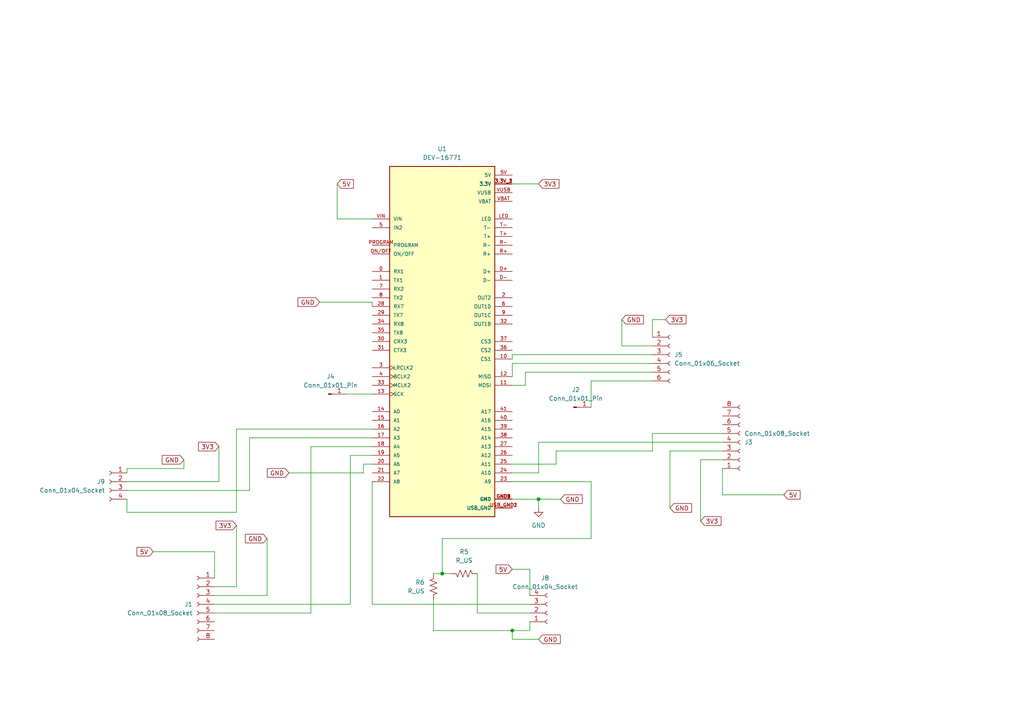
<source format=kicad_sch>
(kicad_sch (version 20230121) (generator eeschema)
  (paper "A4")
  (lib_symbols
    (symbol "Connector:Conn_01x01_Pin" (pin_names (offset 1.016) hide)
      (property "Reference" "J" (at 0 2.54 0))
      (property "Value" "Conn_01x01_Pin" (at 0 -2.54 0))
      (symbol "Conn_01x01_Pin_1_1"
        (polyline (pts (xy 1.27 0) (xy 0.8636 0)) (stroke (width 0.1524)))
        (rectangle (start 0.8636 0.127) (end 0 -0.127) (stroke (width 0.1524)) (fill (type outline)))
        (pin passive line (at 5.08 0 180) (length 3.81) (name "Pin_1") (number "1"))
      )
    )
    (symbol "Connector:Conn_01x04_Socket" (pin_names (offset 1.016) hide)
      (property "Reference" "J" (at 0 5.08 0))
      (property "Value" "Conn_01x04_Socket" (at 0 -7.62 0))
      (symbol "Conn_01x04_Socket_1_1"
        (arc (start 0 -4.572) (mid -0.5058 -5.08) (end 0 -5.588) (stroke (width 0.1524)))
        (arc (start 0 -2.032) (mid -0.5058 -2.54) (end 0 -3.048) (stroke (width 0.1524)))
        (polyline (pts (xy -1.27 -5.08) (xy -0.508 -5.08)) (stroke (width 0.1524)))
        (polyline (pts (xy -1.27 -2.54) (xy -0.508 -2.54)) (stroke (width 0.1524)))
        (polyline (pts (xy -1.27 0) (xy -0.508 0)) (stroke (width 0.1524)))
        (polyline (pts (xy -1.27 2.54) (xy -0.508 2.54)) (stroke (width 0.1524)))
        (arc (start 0 0.508) (mid -0.5058 0) (end 0 -0.508) (stroke (width 0.1524)))
        (arc (start 0 3.048) (mid -0.5058 2.54) (end 0 2.032) (stroke (width 0.1524)))
        (pin passive line (at -5.08 2.54 0) (length 3.81) (name "Pin_1") (number "1"))
        (pin passive line (at -5.08 0 0) (length 3.81) (name "Pin_2") (number "2"))
        (pin passive line (at -5.08 -2.54 0) (length 3.81) (name "Pin_3") (number "3"))
        (pin passive line (at -5.08 -5.08 0) (length 3.81) (name "Pin_4") (number "4"))
      )
    )
    (symbol "Connector:Conn_01x06_Socket" (pin_names (offset 1.016) hide)
      (property "Reference" "J" (at 0 7.62 0))
      (property "Value" "Conn_01x06_Socket" (at 0 -10.16 0))
      (symbol "Conn_01x06_Socket_1_1"
        (arc (start 0 -7.112) (mid -0.5058 -7.62) (end 0 -8.128) (stroke (width 0.1524)))
        (arc (start 0 -4.572) (mid -0.5058 -5.08) (end 0 -5.588) (stroke (width 0.1524)))
        (arc (start 0 -2.032) (mid -0.5058 -2.54) (end 0 -3.048) (stroke (width 0.1524)))
        (polyline (pts (xy -1.27 -7.62) (xy -0.508 -7.62)) (stroke (width 0.1524)))
        (polyline (pts (xy -1.27 -5.08) (xy -0.508 -5.08)) (stroke (width 0.1524)))
        (polyline (pts (xy -1.27 -2.54) (xy -0.508 -2.54)) (stroke (width 0.1524)))
        (polyline (pts (xy -1.27 0) (xy -0.508 0)) (stroke (width 0.1524)))
        (polyline (pts (xy -1.27 2.54) (xy -0.508 2.54)) (stroke (width 0.1524)))
        (polyline (pts (xy -1.27 5.08) (xy -0.508 5.08)) (stroke (width 0.1524)))
        (arc (start 0 0.508) (mid -0.5058 0) (end 0 -0.508) (stroke (width 0.1524)))
        (arc (start 0 3.048) (mid -0.5058 2.54) (end 0 2.032) (stroke (width 0.1524)))
        (arc (start 0 5.588) (mid -0.5058 5.08) (end 0 4.572) (stroke (width 0.1524)))
        (pin passive line (at -5.08 5.08 0) (length 3.81) (name "Pin_1") (number "1"))
        (pin passive line (at -5.08 2.54 0) (length 3.81) (name "Pin_2") (number "2"))
        (pin passive line (at -5.08 0 0) (length 3.81) (name "Pin_3") (number "3"))
        (pin passive line (at -5.08 -2.54 0) (length 3.81) (name "Pin_4") (number "4"))
        (pin passive line (at -5.08 -5.08 0) (length 3.81) (name "Pin_5") (number "5"))
        (pin passive line (at -5.08 -7.62 0) (length 3.81) (name "Pin_6") (number "6"))
      )
    )
    (symbol "Connector:Conn_01x08_Socket" (pin_names (offset 1.016) hide)
      (property "Reference" "J" (at 0 10.16 0))
      (property "Value" "Conn_01x08_Socket" (at 0 -12.7 0))
      (symbol "Conn_01x08_Socket_1_1"
        (arc (start 0 -9.652) (mid -0.5058 -10.16) (end 0 -10.668) (stroke (width 0.1524)))
        (arc (start 0 -7.112) (mid -0.5058 -7.62) (end 0 -8.128) (stroke (width 0.1524)))
        (arc (start 0 -4.572) (mid -0.5058 -5.08) (end 0 -5.588) (stroke (width 0.1524)))
        (arc (start 0 -2.032) (mid -0.5058 -2.54) (end 0 -3.048) (stroke (width 0.1524)))
        (polyline (pts (xy -1.27 -10.16) (xy -0.508 -10.16)) (stroke (width 0.1524)))
        (polyline (pts (xy -1.27 -7.62) (xy -0.508 -7.62)) (stroke (width 0.1524)))
        (polyline (pts (xy -1.27 -5.08) (xy -0.508 -5.08)) (stroke (width 0.1524)))
        (polyline (pts (xy -1.27 -2.54) (xy -0.508 -2.54)) (stroke (width 0.1524)))
        (polyline (pts (xy -1.27 0) (xy -0.508 0)) (stroke (width 0.1524)))
        (polyline (pts (xy -1.27 2.54) (xy -0.508 2.54)) (stroke (width 0.1524)))
        (polyline (pts (xy -1.27 5.08) (xy -0.508 5.08)) (stroke (width 0.1524)))
        (polyline (pts (xy -1.27 7.62) (xy -0.508 7.62)) (stroke (width 0.1524)))
        (arc (start 0 0.508) (mid -0.5058 0) (end 0 -0.508) (stroke (width 0.1524)))
        (arc (start 0 3.048) (mid -0.5058 2.54) (end 0 2.032) (stroke (width 0.1524)))
        (arc (start 0 5.588) (mid -0.5058 5.08) (end 0 4.572) (stroke (width 0.1524)))
        (arc (start 0 8.128) (mid -0.5058 7.62) (end 0 7.112) (stroke (width 0.1524)))
        (pin passive line (at -5.08 7.62 0) (length 3.81) (name "Pin_1") (number "1"))
        (pin passive line (at -5.08 5.08 0) (length 3.81) (name "Pin_2") (number "2"))
        (pin passive line (at -5.08 2.54 0) (length 3.81) (name "Pin_3") (number "3"))
        (pin passive line (at -5.08 0 0) (length 3.81) (name "Pin_4") (number "4"))
        (pin passive line (at -5.08 -2.54 0) (length 3.81) (name "Pin_5") (number "5"))
        (pin passive line (at -5.08 -5.08 0) (length 3.81) (name "Pin_6") (number "6"))
        (pin passive line (at -5.08 -7.62 0) (length 3.81) (name "Pin_7") (number "7"))
        (pin passive line (at -5.08 -10.16 0) (length 3.81) (name "Pin_8") (number "8"))
      )
    )
    (symbol "Device:R_US" (pin_numbers hide) (pin_names (offset 0))
      (property "Reference" "R" (at 2.54 0 90))
      (property "Value" "R_US" (at -2.54 0 90))
      (symbol "R_US_0_1"
        (polyline (pts (xy 0 -2.286) (xy 0 -2.54)))
        (polyline (pts (xy 0 2.286) (xy 0 2.54)))
        (polyline (pts (xy 0 -0.762) (xy 1.016 -1.143) (xy 0 -1.524) (xy -1.016 -1.905) (xy 0 -2.286)))
        (polyline (pts (xy 0 0.762) (xy 1.016 0.381) (xy 0 0) (xy -1.016 -0.381) (xy 0 -0.762)))
        (polyline (pts (xy 0 2.286) (xy 1.016 1.905) (xy 0 1.524) (xy -1.016 1.143) (xy 0 0.762)))
      )
      (symbol "R_US_1_1"
        (pin passive line (at 0 3.81 270) (length 1.27) (name "~") (number "1"))
        (pin passive line (at 0 -3.81 90) (length 1.27) (name "~") (number "2"))
      )
    )
    (symbol "Teensy:DEV-16771" (pin_names (offset 1.016))
      (property "Reference" "U" (at -15.24 52.07 0))
      (property "Value" "DEV-16771" (at -15.24 -53.34 0))
      (symbol "DEV-16771_0_0"
        (rectangle (start -15.24 -50.8) (end 15.24 50.8) (stroke (width 0.254)) (fill (type background)))
        (pin bidirectional line (at -20.32 20.32 0) (length 5.08) (name "RX1") (number "0"))
        (pin bidirectional line (at -20.32 17.78 0) (length 5.08) (name "TX1") (number "1"))
        (pin bidirectional line (at 20.32 -5.08 180) (length 5.08) (name "CS1") (number "10"))
        (pin bidirectional line (at 20.32 -12.7 180) (length 5.08) (name "MOSI") (number "11"))
        (pin bidirectional line (at 20.32 -10.16 180) (length 5.08) (name "MISO") (number "12"))
        (pin bidirectional clock (at -20.32 -15.24 0) (length 5.08) (name "SCK") (number "13"))
        (pin bidirectional line (at -20.32 -20.32 0) (length 5.08) (name "A0") (number "14"))
        (pin bidirectional line (at -20.32 -22.86 0) (length 5.08) (name "A1") (number "15"))
        (pin bidirectional line (at -20.32 -25.4 0) (length 5.08) (name "A2") (number "16"))
        (pin bidirectional line (at -20.32 -27.94 0) (length 5.08) (name "A3") (number "17"))
        (pin bidirectional line (at -20.32 -30.48 0) (length 5.08) (name "A4") (number "18"))
        (pin bidirectional line (at -20.32 -33.02 0) (length 5.08) (name "A5") (number "19"))
        (pin output line (at 20.32 12.7 180) (length 5.08) (name "OUT2") (number "2"))
        (pin bidirectional line (at -20.32 -35.56 0) (length 5.08) (name "A6") (number "20"))
        (pin bidirectional line (at -20.32 -38.1 0) (length 5.08) (name "A7") (number "21"))
        (pin bidirectional line (at -20.32 -40.64 0) (length 5.08) (name "A8") (number "22"))
        (pin bidirectional line (at 20.32 -40.64 180) (length 5.08) (name "A9") (number "23"))
        (pin bidirectional line (at 20.32 -38.1 180) (length 5.08) (name "A10") (number "24"))
        (pin bidirectional line (at 20.32 -35.56 180) (length 5.08) (name "A11") (number "25"))
        (pin bidirectional line (at 20.32 -33.02 180) (length 5.08) (name "A12") (number "26"))
        (pin bidirectional line (at 20.32 -30.48 180) (length 5.08) (name "A13") (number "27"))
        (pin bidirectional line (at -20.32 10.16 0) (length 5.08) (name "RX7") (number "28"))
        (pin bidirectional line (at -20.32 7.62 0) (length 5.08) (name "TX7") (number "29"))
        (pin bidirectional clock (at -20.32 -7.62 0) (length 5.08) (name "LRCLK2") (number "3"))
        (pin power_in line (at 20.32 45.72 180) (length 5.08) (name "3.3V") (number "3.3V_1"))
        (pin power_in line (at 20.32 45.72 180) (length 5.08) (name "3.3V") (number "3.3V_2"))
        (pin power_in line (at 20.32 45.72 180) (length 5.08) (name "3.3V") (number "3.3V_3"))
        (pin bidirectional line (at -20.32 0 0) (length 5.08) (name "CRX3") (number "30"))
        (pin bidirectional line (at -20.32 -2.54 0) (length 5.08) (name "CTX3") (number "31"))
        (pin output line (at 20.32 5.08 180) (length 5.08) (name "OUT1B") (number "32"))
        (pin bidirectional clock (at -20.32 -12.7 0) (length 5.08) (name "MCLK2") (number "33"))
        (pin bidirectional line (at -20.32 5.08 0) (length 5.08) (name "RX8") (number "34"))
        (pin bidirectional line (at -20.32 2.54 0) (length 5.08) (name "TX8") (number "35"))
        (pin bidirectional line (at 20.32 -2.54 180) (length 5.08) (name "CS2") (number "36"))
        (pin bidirectional line (at 20.32 0 180) (length 5.08) (name "CS3") (number "37"))
        (pin bidirectional line (at 20.32 -27.94 180) (length 5.08) (name "A14") (number "38"))
        (pin bidirectional line (at 20.32 -25.4 180) (length 5.08) (name "A15") (number "39"))
        (pin bidirectional clock (at -20.32 -10.16 0) (length 5.08) (name "BCLK2") (number "4"))
        (pin bidirectional line (at 20.32 -22.86 180) (length 5.08) (name "A16") (number "40"))
        (pin bidirectional line (at 20.32 -20.32 180) (length 5.08) (name "A17") (number "41"))
        (pin bidirectional line (at -20.32 33.02 0) (length 5.08) (name "IN2") (number "5"))
        (pin power_in line (at 20.32 48.26 180) (length 5.08) (name "5V") (number "5V"))
        (pin output line (at 20.32 10.16 180) (length 5.08) (name "OUT1D") (number "6"))
        (pin bidirectional line (at -20.32 15.24 0) (length 5.08) (name "RX2") (number "7"))
        (pin bidirectional line (at -20.32 12.7 0) (length 5.08) (name "TX2") (number "8"))
        (pin output line (at 20.32 7.62 180) (length 5.08) (name "OUT1C") (number "9"))
        (pin bidirectional line (at 20.32 20.32 180) (length 5.08) (name "D+") (number "D+"))
        (pin bidirectional line (at 20.32 17.78 180) (length 5.08) (name "D-") (number "D-"))
        (pin power_in line (at 20.32 -45.72 180) (length 5.08) (name "GND") (number "GND1"))
        (pin power_in line (at 20.32 -45.72 180) (length 5.08) (name "GND") (number "GND2"))
        (pin power_in line (at 20.32 -45.72 180) (length 5.08) (name "GND") (number "GND3"))
        (pin power_in line (at 20.32 -45.72 180) (length 5.08) (name "GND") (number "GND4"))
        (pin power_in line (at 20.32 -45.72 180) (length 5.08) (name "GND") (number "GND5"))
        (pin bidirectional line (at 20.32 35.56 180) (length 5.08) (name "LED") (number "LED"))
        (pin bidirectional line (at -20.32 25.4 0) (length 5.08) (name "ON/OFF") (number "ON/OFF"))
        (pin bidirectional line (at -20.32 27.94 0) (length 5.08) (name "PROGRAM") (number "PROGRAM"))
        (pin bidirectional line (at 20.32 25.4 180) (length 5.08) (name "R+") (number "R+"))
        (pin bidirectional line (at 20.32 27.94 180) (length 5.08) (name "R-") (number "R-"))
        (pin bidirectional line (at 20.32 30.48 180) (length 5.08) (name "T+") (number "T+"))
        (pin bidirectional line (at 20.32 33.02 180) (length 5.08) (name "T-") (number "T-"))
        (pin power_in line (at 20.32 -48.26 180) (length 5.08) (name "USB_GND") (number "USB_GND1"))
        (pin power_in line (at 20.32 -48.26 180) (length 5.08) (name "USB_GND") (number "USB_GND2"))
        (pin passive line (at 20.32 40.64 180) (length 5.08) (name "VBAT") (number "VBAT"))
        (pin input line (at -20.32 35.56 0) (length 5.08) (name "VIN") (number "VIN"))
        (pin passive line (at 20.32 43.18 180) (length 5.08) (name "VUSB") (number "VUSB"))
      )
    )
    (symbol "power:GND" (power) (pin_names (offset 0))
      (property "Value" "GND" (at 0 -3.81 0))
      (symbol "GND_0_1"
        (polyline (pts (xy 0 0) (xy 0 -1.27) (xy 1.27 -1.27) (xy 0 -2.54) (xy -1.27 -1.27) (xy 0 -1.27)))
      )
      (symbol "GND_1_1"
        (pin power_in line (at 0 0 270) (length 0) hide (name "GND") (number "1"))
      )
    )
  )
  (junction (at 148.59 182.88))
  (junction (at 156.21 144.78))
  (junction (at 128.27 166.37))
  (wire (pts (xy 194.31 147.32) (xy 194.31 130.81)))
  (wire (pts (xy 72.39 127) (xy 72.39 142.24)))
  (wire (pts (xy 72.39 127) (xy 107.95 127)))
  (wire (pts (xy 105.41 134.62) (xy 107.95 134.62)))
  (wire (pts (xy 189.23 105.41) (xy 148.59 105.41)))
  (wire (pts (xy 189.23 102.87) (xy 148.59 102.87)))
  (wire (pts (xy 62.23 160.02) (xy 62.23 167.64)))
  (wire (pts (xy 77.47 156.21) (xy 77.47 172.72)))
  (wire (pts (xy 92.71 87.63) (xy 107.95 87.63)))
  (wire (pts (xy 138.43 166.37) (xy 138.43 177.8)))
  (wire (pts (xy 36.83 148.59) (xy 36.83 144.78)))
  (wire (pts (xy 153.67 177.8) (xy 138.43 177.8)))
  (wire (pts (xy 209.55 130.81) (xy 194.31 130.81)))
  (wire (pts (xy 227.33 143.51) (xy 209.55 143.51)))
  (wire (pts (xy 68.58 124.46) (xy 107.95 124.46)))
  (wire (pts (xy 193.04 92.71) (xy 189.23 92.71)))
  (wire (pts (xy 101.6 175.26) (xy 101.6 132.08)))
  (wire (pts (xy 161.29 134.62) (xy 148.59 134.62)))
  (wire (pts (xy 153.67 175.26) (xy 107.95 175.26)))
  (wire (pts (xy 148.59 102.87) (xy 148.59 104.14)))
  (wire (pts (xy 152.4 107.95) (xy 152.4 111.76)))
  (wire (pts (xy 62.23 177.8) (xy 90.17 177.8)))
  (wire (pts (xy 153.67 182.88) (xy 153.67 180.34)))
  (wire (pts (xy 153.67 165.1) (xy 148.59 165.1)))
  (wire (pts (xy 156.21 144.78) (xy 162.56 144.78)))
  (wire (pts (xy 180.34 100.33) (xy 189.23 100.33)))
  (wire (pts (xy 53.34 135.89) (xy 36.83 135.89)))
  (wire (pts (xy 62.23 175.26) (xy 101.6 175.26)))
  (wire (pts (xy 171.45 110.49) (xy 171.45 118.11)))
  (wire (pts (xy 180.34 92.71) (xy 180.34 100.33)))
  (wire (pts (xy 148.59 144.78) (xy 156.21 144.78)))
  (wire (pts (xy 72.39 142.24) (xy 36.83 142.24)))
  (wire (pts (xy 171.45 156.21) (xy 128.27 156.21)))
  (wire (pts (xy 203.2 151.13) (xy 203.2 133.35)))
  (wire (pts (xy 189.23 125.73) (xy 209.55 125.73)))
  (wire (pts (xy 152.4 111.76) (xy 148.59 111.76)))
  (wire (pts (xy 189.23 130.81) (xy 189.23 125.73)))
  (wire (pts (xy 189.23 130.81) (xy 161.29 130.81)))
  (wire (pts (xy 148.59 105.41) (xy 148.59 109.22)))
  (wire (pts (xy 105.41 137.16) (xy 105.41 134.62)))
  (wire (pts (xy 189.23 107.95) (xy 152.4 107.95)))
  (wire (pts (xy 189.23 92.71) (xy 189.23 97.79)))
  (wire (pts (xy 156.21 147.32) (xy 156.21 144.78)))
  (wire (pts (xy 161.29 130.81) (xy 161.29 134.62)))
  (wire (pts (xy 107.95 139.7) (xy 107.95 175.26)))
  (wire (pts (xy 128.27 156.21) (xy 128.27 166.37)))
  (wire (pts (xy 100.33 114.3) (xy 107.95 114.3)))
  (wire (pts (xy 68.58 124.46) (xy 68.58 148.59)))
  (wire (pts (xy 90.17 177.8) (xy 90.17 129.54)))
  (wire (pts (xy 156.21 128.27) (xy 156.21 137.16)))
  (wire (pts (xy 90.17 129.54) (xy 107.95 129.54)))
  (wire (pts (xy 156.21 137.16) (xy 148.59 137.16)))
  (wire (pts (xy 63.5 139.7) (xy 36.83 139.7)))
  (wire (pts (xy 156.21 128.27) (xy 209.55 128.27)))
  (wire (pts (xy 203.2 133.35) (xy 209.55 133.35)))
  (wire (pts (xy 63.5 129.54) (xy 63.5 139.7)))
  (wire (pts (xy 97.79 63.5) (xy 107.95 63.5)))
  (wire (pts (xy 68.58 148.59) (xy 36.83 148.59)))
  (wire (pts (xy 209.55 143.51) (xy 209.55 135.89)))
  (wire (pts (xy 125.73 182.88) (xy 148.59 182.88)))
  (wire (pts (xy 130.81 166.37) (xy 128.27 166.37)))
  (wire (pts (xy 171.45 139.7) (xy 171.45 156.21)))
  (wire (pts (xy 128.27 166.37) (xy 125.73 166.37)))
  (wire (pts (xy 148.59 139.7) (xy 171.45 139.7)))
  (wire (pts (xy 68.58 152.4) (xy 68.58 170.18)))
  (wire (pts (xy 101.6 132.08) (xy 107.95 132.08)))
  (wire (pts (xy 125.73 173.99) (xy 125.73 182.88)))
  (wire (pts (xy 148.59 185.42) (xy 148.59 182.88)))
  (wire (pts (xy 68.58 170.18) (xy 62.23 170.18)))
  (wire (pts (xy 83.82 137.16) (xy 105.41 137.16)))
  (wire (pts (xy 148.59 182.88) (xy 153.67 182.88)))
  (wire (pts (xy 36.83 135.89) (xy 36.83 137.16)))
  (wire (pts (xy 171.45 110.49) (xy 189.23 110.49)))
  (wire (pts (xy 44.45 160.02) (xy 62.23 160.02)))
  (wire (pts (xy 153.67 165.1) (xy 153.67 172.72)))
  (wire (pts (xy 97.79 53.34) (xy 97.79 63.5)))
  (wire (pts (xy 148.59 53.34) (xy 156.21 53.34)))
  (wire (pts (xy 62.23 172.72) (xy 77.47 172.72)))
  (wire (pts (xy 156.21 185.42) (xy 148.59 185.42)))
  (wire (pts (xy 107.95 87.63) (xy 107.95 88.9)))
  (wire (pts (xy 53.34 135.89) (xy 53.34 133.35)))
  (global_label "GND" (shape input) (at 77.47 156.21 180) (property "Intersheetrefs" "${INTERSHEET_REFS}" (effects hide)))
  (global_label "5V" (shape input) (at 97.79 53.34 0) (property "Intersheetrefs" "${INTERSHEET_REFS}" (effects hide)))
  (global_label "3V3" (shape input) (at 68.58 152.4 180) (property "Intersheetrefs" "${INTERSHEET_REFS}" (effects hide)))
  (global_label "GND" (shape input) (at 156.21 185.42 0) (property "Intersheetrefs" "${INTERSHEET_REFS}" (effects hide)))
  (global_label "5V" (shape input) (at 227.33 143.51 0) (property "Intersheetrefs" "${INTERSHEET_REFS}" (effects hide)))
  (global_label "3V3" (shape input) (at 63.5 129.54 180) (property "Intersheetrefs" "${INTERSHEET_REFS}" (effects hide)))
  (global_label "5V" (shape input) (at 44.45 160.02 180) (property "Intersheetrefs" "${INTERSHEET_REFS}" (effects hide)))
  (global_label "3V3" (shape input) (at 156.21 53.34 0) (property "Intersheetrefs" "${INTERSHEET_REFS}" (effects hide)))
  (global_label "GND" (shape input) (at 180.34 92.71 0) (property "Intersheetrefs" "${INTERSHEET_REFS}" (effects hide)))
  (global_label "GND" (shape input) (at 162.56 144.78 0) (property "Intersheetrefs" "${INTERSHEET_REFS}" (effects hide)))
  (global_label "GND" (shape input) (at 92.71 87.63 180) (property "Intersheetrefs" "${INTERSHEET_REFS}" (effects hide)))
  (global_label "GND" (shape input) (at 53.34 133.35 180) (property "Intersheetrefs" "${INTERSHEET_REFS}" (effects hide)))
  (global_label "GND" (shape input) (at 83.82 137.16 180) (property "Intersheetrefs" "${INTERSHEET_REFS}" (effects hide)))
  (global_label "3V3" (shape input) (at 203.2 151.13 0) (property "Intersheetrefs" "${INTERSHEET_REFS}" (effects hide)))
  (global_label "3V3" (shape input) (at 193.04 92.71 0) (property "Intersheetrefs" "${INTERSHEET_REFS}" (effects hide)))
  (global_label "GND" (shape input) (at 194.31 147.32 0) (property "Intersheetrefs" "${INTERSHEET_REFS}" (effects hide)))
  (global_label "5V" (shape input) (at 148.59 165.1 180) (property "Intersheetrefs" "${INTERSHEET_REFS}" (effects hide)))
  (symbol (lib_id "Teensy:DEV-16771") (at 128.27 99.06 0) (unit 1)
    (property "Reference" "U1" (at 128.27 43.18 0))
    (property "Value" "DEV-16771" (at 128.27 45.72 0))
    (property "Footprint" "DEV-16771:MODULE_DEV-16771" (effects hide))
    (property "MF" "SparkFun Electronics" (effects hide))
    (property "MAXIMUM_PACKAGE_HEIGHT" "4.07mm" (effects hide))
    (property "Package" "None" (effects hide))
    (property "Price" "None" (effects hide))
    (property "Check_prices" "https://www.snapeda.com/parts/DEV-16771/SparkFun/view-part/?ref=eda" (effects hide))
    (property "STANDARD" "Manufacturer recommendations" (effects hide))
    (property "PARTREV" "4.1" (effects hide))
    (property "SnapEDA_Link" "https://www.snapeda.com/parts/DEV-16771/SparkFun/view-part/?ref=snap" (effects hide))
    (property "MP" "DEV-16771" (effects hide))
    (property "Description" "\n                        \n                            RT1062 Teensy 4.1 series ARM® Cortex®-M7 MPU Embedded Evaluation Board\n                        \n" (effects hide))
    (property "Availability" "In Stock" (effects hide))
    (property "MANUFACTURER" "SparkFun Electronics" (effects hide))
  )
  (symbol (lib_id "Connector:Conn_01x04_Socket") (at 158.75 177.8 0) (mirror x) (unit 1)
    (property "Reference" "J8" (at 158.115 167.64 0))
    (property "Value" "Conn_01x04_Socket" (at 158.115 170.18 0))
    (property "Footprint" "Connector_PinHeader_2.54mm:PinHeader_1x04_P2.54mm_Vertical" (effects hide))
  )
  (symbol (lib_id "power:GND") (at 156.21 147.32 0) (unit 1)
    (property "Reference" "#PWR01" (effects hide))
    (property "Value" "GND" (at 156.21 152.4 0))
  )
  (symbol (lib_id "Connector:Conn_01x01_Pin") (at 95.25 114.3 0) (unit 1)
    (property "Reference" "J4" (at 95.885 109.22 0))
    (property "Value" "Conn_01x01_Pin" (at 95.885 111.76 0))
    (property "Footprint" "Connector_PinHeader_2.54mm:PinHeader_1x01_P2.54mm_Vertical" (effects hide))
  )
  (symbol (lib_id "Device:R_US") (at 134.62 166.37 270) (mirror x) (unit 1)
    (property "Reference" "R5" (at 134.62 160.02 90))
    (property "Value" "R_US" (at 134.62 162.56 90))
    (property "Footprint" "Resistor_THT:R_Axial_DIN0207_L6.3mm_D2.5mm_P10.16mm_Horizontal" (effects hide))
  )
  (symbol (lib_id "Connector:Conn_01x08_Socket") (at 57.15 175.26 0) (mirror y) (unit 1)
    (property "Reference" "J1" (at 55.88 175.26 0) (effects (justify left)))
    (property "Value" "Conn_01x08_Socket" (at 55.88 177.8 0) (effects (justify left)))
    (property "Footprint" "Connector_PinHeader_2.54mm:PinHeader_1x08_P2.54mm_Vertical" (effects hide))
  )
  (symbol (lib_id "Device:R_US") (at 125.73 170.18 0) (mirror y) (unit 1)
    (property "Reference" "R6" (at 123.19 168.91 0) (effects (justify left)))
    (property "Value" "R_US" (at 123.19 171.45 0) (effects (justify left)))
    (property "Footprint" "Resistor_THT:R_Axial_DIN0207_L6.3mm_D2.5mm_P10.16mm_Horizontal" (effects hide))
  )
  (symbol (lib_id "Connector:Conn_01x01_Pin") (at 166.37 118.11 0) (unit 1)
    (property "Reference" "J2" (at 167.005 113.03 0))
    (property "Value" "Conn_01x01_Pin" (at 167.005 115.57 0))
    (property "Footprint" "Connector_PinHeader_2.54mm:PinHeader_1x01_P2.54mm_Vertical" (effects hide))
  )
  (symbol (lib_id "Connector:Conn_01x04_Socket") (at 31.75 139.7 0) (mirror y) (unit 1)
    (property "Reference" "J9" (at 30.48 139.7 0) (effects (justify left)))
    (property "Value" "Conn_01x04_Socket" (at 30.48 142.24 0) (effects (justify left)))
    (property "Footprint" "Connector_PinHeader_2.54mm:PinHeader_1x04_P2.54mm_Vertical" (effects hide))
  )
  (symbol (lib_id "Connector:Conn_01x08_Socket") (at 214.63 128.27 0) (mirror x) (unit 1)
    (property "Reference" "J3" (at 215.9 128.27 0) (effects (justify left)))
    (property "Value" "Conn_01x08_Socket" (at 215.9 125.73 0) (effects (justify left)))
    (property "Footprint" "Connector_PinHeader_2.54mm:PinHeader_1x08_P2.54mm_Vertical" (effects hide))
  )
  (symbol (lib_id "Connector:Conn_01x06_Socket") (at 194.31 102.87 0) (unit 1)
    (property "Reference" "J5" (at 195.58 102.87 0) (effects (justify left)))
    (property "Value" "Conn_01x06_Socket" (at 195.58 105.41 0) (effects (justify left)))
    (property "Footprint" "Connector_PinHeader_2.54mm:PinHeader_1x06_P2.54mm_Vertical" (effects hide))
  )
)
</source>
